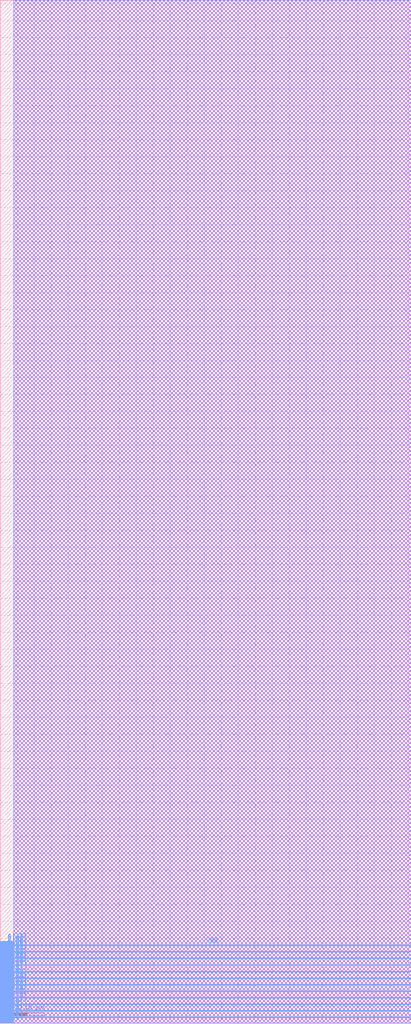
<source format=lef>
VERSION 5.6 ;
BUSBITCHARS "[]" ;
DIVIDERCHAR "/" ;

MACRO SRAM1RW1024x44
  CLASS BLOCK ;
  ORIGIN 0 0 ;
  FOREIGN SRAM1RW1024x44 0 0 ;
  SIZE 120.928 BY 301.048 ;
  SYMMETRY X Y ;
  SITE coreSite ;
  PIN VDD
    DIRECTION INOUT ;
    USE POWER ;
    PORT 
      LAYER M4 ;
        RECT 0.0 1.632 120.928 1.728 ;
        RECT 0.0 3.552 120.928 3.648 ;
        RECT 0.0 5.472 120.928 5.568 ;
        RECT 0.0 7.392 120.928 7.488 ;
        RECT 0.0 9.312 120.928 9.408 ;
        RECT 0.0 11.232 120.928 11.328 ;
        RECT 0.0 13.152 120.928 13.248 ;
        RECT 0.0 15.072 120.928 15.168 ;
        RECT 0.0 16.992 120.928 17.088 ;
        RECT 0.0 18.912 120.928 19.008 ;
        RECT 0.0 20.832 120.928 20.928 ;
        RECT 0.0 22.752 120.928 22.848 ;
    END 
  END VDD
  PIN VSS
    DIRECTION INOUT ;
    USE GROUND ;
    PORT 
      LAYER M4 ;
        RECT 0.0 1.824 120.928 1.92 ;
        RECT 0.0 3.744 120.928 3.84 ;
        RECT 0.0 5.664 120.928 5.76 ;
        RECT 0.0 7.584 120.928 7.68 ;
        RECT 0.0 9.504 120.928 9.6 ;
        RECT 0.0 11.424 120.928 11.52 ;
        RECT 0.0 13.344 120.928 13.44 ;
        RECT 0.0 15.264 120.928 15.36 ;
        RECT 0.0 17.184 120.928 17.28 ;
        RECT 0.0 19.104 120.928 19.2 ;
        RECT 0.0 21.024 120.928 21.12 ;
        RECT 0.0 22.944 120.928 23.04 ;
    END 
  END VSS
  PIN CE
    DIRECTION INPUT ;
    USE SIGNAL ;
    PORT 
      LAYER M4 ;
        RECT 0.0 0.096 4.0 0.192 ;
    END 
  END CE
  PIN WEB
    DIRECTION INPUT ;
    USE SIGNAL ;
    PORT 
      LAYER M4 ;
        RECT 0.0 0.288 4.0 0.384 ;
    END 
  END WEB
  PIN OEB
    DIRECTION INPUT ;
    USE SIGNAL ;
    PORT 
      LAYER M4 ;
        RECT 0.0 0.48 4.0 0.576 ;
    END 
  END OEB
  PIN CSB
    DIRECTION INPUT ;
    USE SIGNAL ;
    PORT 
      LAYER M4 ;
        RECT 0.0 0.672 4.0 0.768 ;
    END 
  END CSB
  PIN A[0]
    DIRECTION INPUT ;
    USE SIGNAL ;
    PORT 
      LAYER M4 ;
        RECT 0.0 0.864 4.0 0.96 ;
    END 
  END A[0]
  PIN A[1]
    DIRECTION INPUT ;
    USE SIGNAL ;
    PORT 
      LAYER M4 ;
        RECT 0.0 1.056 4.0 1.152 ;
    END 
  END A[1]
  PIN A[2]
    DIRECTION INPUT ;
    USE SIGNAL ;
    PORT 
      LAYER M4 ;
        RECT 0.0 1.248 4.0 1.344 ;
    END 
  END A[2]
  PIN A[3]
    DIRECTION INPUT ;
    USE SIGNAL ;
    PORT 
      LAYER M4 ;
        RECT 0.0 1.44 4.0 1.536 ;
    END 
  END A[3]
  PIN A[4]
    DIRECTION INPUT ;
    USE SIGNAL ;
    PORT 
      LAYER M4 ;
        RECT 0.0 2.016 4.0 2.112 ;
    END 
  END A[4]
  PIN A[5]
    DIRECTION INPUT ;
    USE SIGNAL ;
    PORT 
      LAYER M4 ;
        RECT 0.0 2.208 4.0 2.304 ;
    END 
  END A[5]
  PIN A[6]
    DIRECTION INPUT ;
    USE SIGNAL ;
    PORT 
      LAYER M4 ;
        RECT 0.0 2.4 4.0 2.496 ;
    END 
  END A[6]
  PIN A[7]
    DIRECTION INPUT ;
    USE SIGNAL ;
    PORT 
      LAYER M4 ;
        RECT 0.0 2.592 4.0 2.688 ;
    END 
  END A[7]
  PIN A[8]
    DIRECTION INPUT ;
    USE SIGNAL ;
    PORT 
      LAYER M4 ;
        RECT 0.0 2.784 4.0 2.88 ;
    END 
  END A[8]
  PIN A[9]
    DIRECTION INPUT ;
    USE SIGNAL ;
    PORT 
      LAYER M4 ;
        RECT 0.0 2.976 4.0 3.072 ;
    END 
  END A[9]
  PIN I[0]
    DIRECTION INPUT ;
    USE SIGNAL ;
    PORT 
      LAYER M4 ;
        RECT 0.0 3.168 4.0 3.264 ;
    END 
  END I[0]
  PIN I[1]
    DIRECTION INPUT ;
    USE SIGNAL ;
    PORT 
      LAYER M4 ;
        RECT 0.0 3.36 4.0 3.456 ;
    END 
  END I[1]
  PIN I[2]
    DIRECTION INPUT ;
    USE SIGNAL ;
    PORT 
      LAYER M4 ;
        RECT 0.0 3.936 4.0 4.032 ;
    END 
  END I[2]
  PIN I[3]
    DIRECTION INPUT ;
    USE SIGNAL ;
    PORT 
      LAYER M4 ;
        RECT 0.0 4.128 4.0 4.224 ;
    END 
  END I[3]
  PIN I[4]
    DIRECTION INPUT ;
    USE SIGNAL ;
    PORT 
      LAYER M4 ;
        RECT 0.0 4.32 4.0 4.416 ;
    END 
  END I[4]
  PIN I[5]
    DIRECTION INPUT ;
    USE SIGNAL ;
    PORT 
      LAYER M4 ;
        RECT 0.0 4.512 4.0 4.608 ;
    END 
  END I[5]
  PIN I[6]
    DIRECTION INPUT ;
    USE SIGNAL ;
    PORT 
      LAYER M4 ;
        RECT 0.0 4.704 4.0 4.8 ;
    END 
  END I[6]
  PIN I[7]
    DIRECTION INPUT ;
    USE SIGNAL ;
    PORT 
      LAYER M4 ;
        RECT 0.0 4.896 4.0 4.992 ;
    END 
  END I[7]
  PIN I[8]
    DIRECTION INPUT ;
    USE SIGNAL ;
    PORT 
      LAYER M4 ;
        RECT 0.0 5.088 4.0 5.184 ;
    END 
  END I[8]
  PIN I[9]
    DIRECTION INPUT ;
    USE SIGNAL ;
    PORT 
      LAYER M4 ;
        RECT 0.0 5.28 4.0 5.376 ;
    END 
  END I[9]
  PIN I[10]
    DIRECTION INPUT ;
    USE SIGNAL ;
    PORT 
      LAYER M4 ;
        RECT 0.0 5.856 4.0 5.952 ;
    END 
  END I[10]
  PIN I[11]
    DIRECTION INPUT ;
    USE SIGNAL ;
    PORT 
      LAYER M4 ;
        RECT 0.0 6.048 4.0 6.144 ;
    END 
  END I[11]
  PIN I[12]
    DIRECTION INPUT ;
    USE SIGNAL ;
    PORT 
      LAYER M4 ;
        RECT 0.0 6.24 4.0 6.336 ;
    END 
  END I[12]
  PIN I[13]
    DIRECTION INPUT ;
    USE SIGNAL ;
    PORT 
      LAYER M4 ;
        RECT 0.0 6.432 4.0 6.528 ;
    END 
  END I[13]
  PIN I[14]
    DIRECTION INPUT ;
    USE SIGNAL ;
    PORT 
      LAYER M4 ;
        RECT 0.0 6.624 4.0 6.72 ;
    END 
  END I[14]
  PIN I[15]
    DIRECTION INPUT ;
    USE SIGNAL ;
    PORT 
      LAYER M4 ;
        RECT 0.0 6.816 4.0 6.912 ;
    END 
  END I[15]
  PIN I[16]
    DIRECTION INPUT ;
    USE SIGNAL ;
    PORT 
      LAYER M4 ;
        RECT 0.0 7.008 4.0 7.104 ;
    END 
  END I[16]
  PIN I[17]
    DIRECTION INPUT ;
    USE SIGNAL ;
    PORT 
      LAYER M4 ;
        RECT 0.0 7.2 4.0 7.296 ;
    END 
  END I[17]
  PIN I[18]
    DIRECTION INPUT ;
    USE SIGNAL ;
    PORT 
      LAYER M4 ;
        RECT 0.0 7.776 4.0 7.872 ;
    END 
  END I[18]
  PIN I[19]
    DIRECTION INPUT ;
    USE SIGNAL ;
    PORT 
      LAYER M4 ;
        RECT 0.0 7.968 4.0 8.064 ;
    END 
  END I[19]
  PIN I[20]
    DIRECTION INPUT ;
    USE SIGNAL ;
    PORT 
      LAYER M4 ;
        RECT 0.0 8.16 4.0 8.256 ;
    END 
  END I[20]
  PIN I[21]
    DIRECTION INPUT ;
    USE SIGNAL ;
    PORT 
      LAYER M4 ;
        RECT 0.0 8.352 4.0 8.448 ;
    END 
  END I[21]
  PIN I[22]
    DIRECTION INPUT ;
    USE SIGNAL ;
    PORT 
      LAYER M4 ;
        RECT 0.0 8.544 4.0 8.64 ;
    END 
  END I[22]
  PIN I[23]
    DIRECTION INPUT ;
    USE SIGNAL ;
    PORT 
      LAYER M4 ;
        RECT 0.0 8.736 4.0 8.832 ;
    END 
  END I[23]
  PIN I[24]
    DIRECTION INPUT ;
    USE SIGNAL ;
    PORT 
      LAYER M4 ;
        RECT 0.0 8.928 4.0 9.024 ;
    END 
  END I[24]
  PIN I[25]
    DIRECTION INPUT ;
    USE SIGNAL ;
    PORT 
      LAYER M4 ;
        RECT 0.0 9.12 4.0 9.216 ;
    END 
  END I[25]
  PIN I[26]
    DIRECTION INPUT ;
    USE SIGNAL ;
    PORT 
      LAYER M4 ;
        RECT 0.0 9.696 4.0 9.792 ;
    END 
  END I[26]
  PIN I[27]
    DIRECTION INPUT ;
    USE SIGNAL ;
    PORT 
      LAYER M4 ;
        RECT 0.0 9.888 4.0 9.984 ;
    END 
  END I[27]
  PIN I[28]
    DIRECTION INPUT ;
    USE SIGNAL ;
    PORT 
      LAYER M4 ;
        RECT 0.0 10.08 4.0 10.176 ;
    END 
  END I[28]
  PIN I[29]
    DIRECTION INPUT ;
    USE SIGNAL ;
    PORT 
      LAYER M4 ;
        RECT 0.0 10.272 4.0 10.368 ;
    END 
  END I[29]
  PIN I[30]
    DIRECTION INPUT ;
    USE SIGNAL ;
    PORT 
      LAYER M4 ;
        RECT 0.0 10.464 4.0 10.56 ;
    END 
  END I[30]
  PIN I[31]
    DIRECTION INPUT ;
    USE SIGNAL ;
    PORT 
      LAYER M4 ;
        RECT 0.0 10.656 4.0 10.752 ;
    END 
  END I[31]
  PIN I[32]
    DIRECTION INPUT ;
    USE SIGNAL ;
    PORT 
      LAYER M4 ;
        RECT 0.0 10.848 4.0 10.944 ;
    END 
  END I[32]
  PIN I[33]
    DIRECTION INPUT ;
    USE SIGNAL ;
    PORT 
      LAYER M4 ;
        RECT 0.0 11.04 4.0 11.136 ;
    END 
  END I[33]
  PIN I[34]
    DIRECTION INPUT ;
    USE SIGNAL ;
    PORT 
      LAYER M4 ;
        RECT 0.0 11.616 4.0 11.712 ;
    END 
  END I[34]
  PIN I[35]
    DIRECTION INPUT ;
    USE SIGNAL ;
    PORT 
      LAYER M4 ;
        RECT 0.0 11.808 4.0 11.904 ;
    END 
  END I[35]
  PIN I[36]
    DIRECTION INPUT ;
    USE SIGNAL ;
    PORT 
      LAYER M4 ;
        RECT 0.0 12.0 4.0 12.096 ;
    END 
  END I[36]
  PIN I[37]
    DIRECTION INPUT ;
    USE SIGNAL ;
    PORT 
      LAYER M4 ;
        RECT 0.0 12.192 4.0 12.288 ;
    END 
  END I[37]
  PIN I[38]
    DIRECTION INPUT ;
    USE SIGNAL ;
    PORT 
      LAYER M4 ;
        RECT 0.0 12.384 4.0 12.48 ;
    END 
  END I[38]
  PIN I[39]
    DIRECTION INPUT ;
    USE SIGNAL ;
    PORT 
      LAYER M4 ;
        RECT 0.0 12.576 4.0 12.672 ;
    END 
  END I[39]
  PIN I[40]
    DIRECTION INPUT ;
    USE SIGNAL ;
    PORT 
      LAYER M4 ;
        RECT 0.0 12.768 4.0 12.864 ;
    END 
  END I[40]
  PIN I[41]
    DIRECTION INPUT ;
    USE SIGNAL ;
    PORT 
      LAYER M4 ;
        RECT 0.0 12.96 4.0 13.056 ;
    END 
  END I[41]
  PIN I[42]
    DIRECTION INPUT ;
    USE SIGNAL ;
    PORT 
      LAYER M4 ;
        RECT 0.0 13.536 4.0 13.632 ;
    END 
  END I[42]
  PIN I[43]
    DIRECTION INPUT ;
    USE SIGNAL ;
    PORT 
      LAYER M4 ;
        RECT 0.0 13.728 4.0 13.824 ;
    END 
  END I[43]
  PIN O[0]
    DIRECTION OUTPUT ;
    USE SIGNAL ;
    PORT 
      LAYER M4 ;
        RECT 0.0 13.92 4.0 14.016 ;
    END 
  END O[0]
  PIN O[1]
    DIRECTION OUTPUT ;
    USE SIGNAL ;
    PORT 
      LAYER M4 ;
        RECT 0.0 14.112 4.0 14.208 ;
    END 
  END O[1]
  PIN O[2]
    DIRECTION OUTPUT ;
    USE SIGNAL ;
    PORT 
      LAYER M4 ;
        RECT 0.0 14.304 4.0 14.4 ;
    END 
  END O[2]
  PIN O[3]
    DIRECTION OUTPUT ;
    USE SIGNAL ;
    PORT 
      LAYER M4 ;
        RECT 0.0 14.496 4.0 14.592 ;
    END 
  END O[3]
  PIN O[4]
    DIRECTION OUTPUT ;
    USE SIGNAL ;
    PORT 
      LAYER M4 ;
        RECT 0.0 14.688 4.0 14.784 ;
    END 
  END O[4]
  PIN O[5]
    DIRECTION OUTPUT ;
    USE SIGNAL ;
    PORT 
      LAYER M4 ;
        RECT 0.0 14.88 4.0 14.976 ;
    END 
  END O[5]
  PIN O[6]
    DIRECTION OUTPUT ;
    USE SIGNAL ;
    PORT 
      LAYER M4 ;
        RECT 0.0 15.456 4.0 15.552 ;
    END 
  END O[6]
  PIN O[7]
    DIRECTION OUTPUT ;
    USE SIGNAL ;
    PORT 
      LAYER M4 ;
        RECT 0.0 15.648 4.0 15.744 ;
    END 
  END O[7]
  PIN O[8]
    DIRECTION OUTPUT ;
    USE SIGNAL ;
    PORT 
      LAYER M4 ;
        RECT 0.0 15.84 4.0 15.936 ;
    END 
  END O[8]
  PIN O[9]
    DIRECTION OUTPUT ;
    USE SIGNAL ;
    PORT 
      LAYER M4 ;
        RECT 0.0 16.032 4.0 16.128 ;
    END 
  END O[9]
  PIN O[10]
    DIRECTION OUTPUT ;
    USE SIGNAL ;
    PORT 
      LAYER M4 ;
        RECT 0.0 16.224 4.0 16.32 ;
    END 
  END O[10]
  PIN O[11]
    DIRECTION OUTPUT ;
    USE SIGNAL ;
    PORT 
      LAYER M4 ;
        RECT 0.0 16.416 4.0 16.512 ;
    END 
  END O[11]
  PIN O[12]
    DIRECTION OUTPUT ;
    USE SIGNAL ;
    PORT 
      LAYER M4 ;
        RECT 0.0 16.608 4.0 16.704 ;
    END 
  END O[12]
  PIN O[13]
    DIRECTION OUTPUT ;
    USE SIGNAL ;
    PORT 
      LAYER M4 ;
        RECT 0.0 16.8 4.0 16.896 ;
    END 
  END O[13]
  PIN O[14]
    DIRECTION OUTPUT ;
    USE SIGNAL ;
    PORT 
      LAYER M4 ;
        RECT 0.0 17.376 4.0 17.472 ;
    END 
  END O[14]
  PIN O[15]
    DIRECTION OUTPUT ;
    USE SIGNAL ;
    PORT 
      LAYER M4 ;
        RECT 0.0 17.568 4.0 17.664 ;
    END 
  END O[15]
  PIN O[16]
    DIRECTION OUTPUT ;
    USE SIGNAL ;
    PORT 
      LAYER M4 ;
        RECT 0.0 17.76 4.0 17.856 ;
    END 
  END O[16]
  PIN O[17]
    DIRECTION OUTPUT ;
    USE SIGNAL ;
    PORT 
      LAYER M4 ;
        RECT 0.0 17.952 4.0 18.048 ;
    END 
  END O[17]
  PIN O[18]
    DIRECTION OUTPUT ;
    USE SIGNAL ;
    PORT 
      LAYER M4 ;
        RECT 0.0 18.144 4.0 18.24 ;
    END 
  END O[18]
  PIN O[19]
    DIRECTION OUTPUT ;
    USE SIGNAL ;
    PORT 
      LAYER M4 ;
        RECT 0.0 18.336 4.0 18.432 ;
    END 
  END O[19]
  PIN O[20]
    DIRECTION OUTPUT ;
    USE SIGNAL ;
    PORT 
      LAYER M4 ;
        RECT 0.0 18.528 4.0 18.624 ;
    END 
  END O[20]
  PIN O[21]
    DIRECTION OUTPUT ;
    USE SIGNAL ;
    PORT 
      LAYER M4 ;
        RECT 0.0 18.72 4.0 18.816 ;
    END 
  END O[21]
  PIN O[22]
    DIRECTION OUTPUT ;
    USE SIGNAL ;
    PORT 
      LAYER M4 ;
        RECT 0.0 19.296 4.0 19.392 ;
    END 
  END O[22]
  PIN O[23]
    DIRECTION OUTPUT ;
    USE SIGNAL ;
    PORT 
      LAYER M4 ;
        RECT 0.0 19.488 4.0 19.584 ;
    END 
  END O[23]
  PIN O[24]
    DIRECTION OUTPUT ;
    USE SIGNAL ;
    PORT 
      LAYER M4 ;
        RECT 0.0 19.68 4.0 19.776 ;
    END 
  END O[24]
  PIN O[25]
    DIRECTION OUTPUT ;
    USE SIGNAL ;
    PORT 
      LAYER M4 ;
        RECT 0.0 19.872 4.0 19.968 ;
    END 
  END O[25]
  PIN O[26]
    DIRECTION OUTPUT ;
    USE SIGNAL ;
    PORT 
      LAYER M4 ;
        RECT 0.0 20.064 4.0 20.16 ;
    END 
  END O[26]
  PIN O[27]
    DIRECTION OUTPUT ;
    USE SIGNAL ;
    PORT 
      LAYER M4 ;
        RECT 0.0 20.256 4.0 20.352 ;
    END 
  END O[27]
  PIN O[28]
    DIRECTION OUTPUT ;
    USE SIGNAL ;
    PORT 
      LAYER M4 ;
        RECT 0.0 20.448 4.0 20.544 ;
    END 
  END O[28]
  PIN O[29]
    DIRECTION OUTPUT ;
    USE SIGNAL ;
    PORT 
      LAYER M4 ;
        RECT 0.0 20.64 4.0 20.736 ;
    END 
  END O[29]
  PIN O[30]
    DIRECTION OUTPUT ;
    USE SIGNAL ;
    PORT 
      LAYER M4 ;
        RECT 0.0 21.216 4.0 21.312 ;
    END 
  END O[30]
  PIN O[31]
    DIRECTION OUTPUT ;
    USE SIGNAL ;
    PORT 
      LAYER M4 ;
        RECT 0.0 21.408 4.0 21.504 ;
    END 
  END O[31]
  PIN O[32]
    DIRECTION OUTPUT ;
    USE SIGNAL ;
    PORT 
      LAYER M4 ;
        RECT 0.0 21.6 4.0 21.696 ;
    END 
  END O[32]
  PIN O[33]
    DIRECTION OUTPUT ;
    USE SIGNAL ;
    PORT 
      LAYER M4 ;
        RECT 0.0 21.792 4.0 21.888 ;
    END 
  END O[33]
  PIN O[34]
    DIRECTION OUTPUT ;
    USE SIGNAL ;
    PORT 
      LAYER M4 ;
        RECT 0.0 21.984 4.0 22.08 ;
    END 
  END O[34]
  PIN O[35]
    DIRECTION OUTPUT ;
    USE SIGNAL ;
    PORT 
      LAYER M4 ;
        RECT 0.0 22.176 4.0 22.272 ;
    END 
  END O[35]
  PIN O[36]
    DIRECTION OUTPUT ;
    USE SIGNAL ;
    PORT 
      LAYER M4 ;
        RECT 0.0 22.368 4.0 22.464 ;
    END 
  END O[36]
  PIN O[37]
    DIRECTION OUTPUT ;
    USE SIGNAL ;
    PORT 
      LAYER M4 ;
        RECT 0.0 22.56 4.0 22.656 ;
    END 
  END O[37]
  PIN O[38]
    DIRECTION OUTPUT ;
    USE SIGNAL ;
    PORT 
      LAYER M4 ;
        RECT 0.0 23.136 4.0 23.232 ;
    END 
  END O[38]
  PIN O[39]
    DIRECTION OUTPUT ;
    USE SIGNAL ;
    PORT 
      LAYER M4 ;
        RECT 0.0 23.328 4.0 23.424 ;
    END 
  END O[39]
  PIN O[40]
    DIRECTION OUTPUT ;
    USE SIGNAL ;
    PORT 
      LAYER M4 ;
        RECT 0.0 23.52 4.0 23.616 ;
    END 
  END O[40]
  PIN O[41]
    DIRECTION OUTPUT ;
    USE SIGNAL ;
    PORT 
      LAYER M4 ;
        RECT 0.0 23.712 4.0 23.808 ;
    END 
  END O[41]
  PIN O[42]
    DIRECTION OUTPUT ;
    USE SIGNAL ;
    PORT 
      LAYER M4 ;
        RECT 0.0 23.904 4.0 24.0 ;
    END 
  END O[42]
  PIN O[43]
    DIRECTION OUTPUT ;
    USE SIGNAL ;
    PORT 
      LAYER M4 ;
        RECT 0.0 24.096 4.0 24.192 ;
    END 
  END O[43]
  OBS 
    LAYER M1 ;
      RECT 4.0 0.0 120.928 301.048 ;
    LAYER M2 ;
      RECT 4.0 0.0 120.928 301.048 ;
    LAYER M3 ;
      RECT 4.0 0.0 120.928 301.048 ;
  END 
END SRAM1RW1024x44

END LIBRARY
</source>
